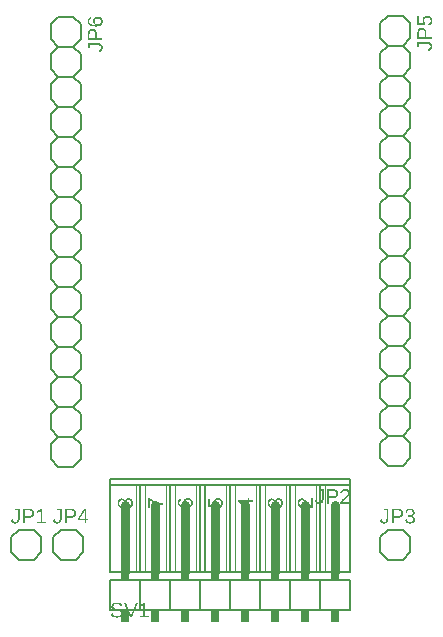
<source format=gbr>
G04 EAGLE Gerber RS-274X export*
G75*
%MOMM*%
%FSLAX34Y34*%
%LPD*%
%INSilkscreen Top*%
%IPPOS*%
%AMOC8*
5,1,8,0,0,1.08239X$1,22.5*%
G01*
%ADD10C,0.152400*%
%ADD11C,0.050800*%
%ADD12C,0.762000*%
%ADD13R,0.762000X0.508000*%
%ADD14R,0.762000X1.016000*%
G36*
X21511Y45956D02*
X25137Y45956D01*
X25615Y45973D01*
X26067Y46021D01*
X26493Y46102D01*
X26894Y46215D01*
X27270Y46360D01*
X27619Y46538D01*
X27943Y46748D01*
X28242Y46990D01*
X28510Y47260D01*
X28742Y47552D01*
X28939Y47866D01*
X29099Y48203D01*
X29224Y48562D01*
X29314Y48944D01*
X29367Y49348D01*
X29385Y49775D01*
X29367Y50205D01*
X29314Y50610D01*
X29225Y50990D01*
X29100Y51345D01*
X28940Y51675D01*
X28745Y51981D01*
X28513Y52261D01*
X28246Y52517D01*
X27947Y52744D01*
X27619Y52942D01*
X27261Y53109D01*
X26873Y53246D01*
X26457Y53352D01*
X26011Y53428D01*
X25536Y53474D01*
X25032Y53489D01*
X19838Y53489D01*
X19838Y41148D01*
X21511Y41148D01*
X21511Y45956D01*
G37*
G36*
X39436Y42488D02*
X36431Y42488D01*
X36431Y53489D01*
X34978Y53489D01*
X32061Y51483D01*
X32061Y49994D01*
X34846Y51982D01*
X34846Y42488D01*
X31702Y42488D01*
X31702Y41148D01*
X39436Y41148D01*
X39436Y42488D01*
G37*
G36*
X13812Y40989D02*
X14201Y41037D01*
X14567Y41118D01*
X14912Y41230D01*
X15233Y41375D01*
X15532Y41552D01*
X15809Y41761D01*
X16063Y42002D01*
X16291Y42271D01*
X16489Y42564D01*
X16656Y42882D01*
X16792Y43223D01*
X16899Y43588D01*
X16975Y43977D01*
X17020Y44390D01*
X17035Y44827D01*
X17035Y53489D01*
X12998Y53489D01*
X12998Y52122D01*
X15371Y52122D01*
X15371Y44792D01*
X15363Y44498D01*
X15338Y44224D01*
X15297Y43967D01*
X15240Y43728D01*
X15166Y43508D01*
X15076Y43306D01*
X14969Y43122D01*
X14846Y42957D01*
X14708Y42810D01*
X14559Y42683D01*
X14397Y42575D01*
X14224Y42487D01*
X14038Y42418D01*
X13841Y42370D01*
X13631Y42340D01*
X13409Y42330D01*
X13206Y42339D01*
X13011Y42366D01*
X12825Y42410D01*
X12647Y42473D01*
X12479Y42553D01*
X12319Y42651D01*
X12168Y42766D01*
X12026Y42900D01*
X11894Y43049D01*
X11774Y43212D01*
X11667Y43390D01*
X11572Y43581D01*
X11490Y43786D01*
X11420Y44005D01*
X11362Y44238D01*
X11316Y44485D01*
X9678Y44213D01*
X9762Y43821D01*
X9865Y43454D01*
X9988Y43112D01*
X10131Y42796D01*
X10294Y42505D01*
X10477Y42239D01*
X10680Y41998D01*
X10902Y41783D01*
X11145Y41593D01*
X11407Y41429D01*
X11690Y41289D01*
X11992Y41175D01*
X12314Y41087D01*
X12657Y41023D01*
X13019Y40986D01*
X13401Y40973D01*
X13812Y40989D01*
G37*
%LPC*%
G36*
X21511Y47279D02*
X21511Y52149D01*
X24831Y52149D01*
X25178Y52139D01*
X25504Y52111D01*
X25807Y52065D01*
X26087Y51999D01*
X26346Y51915D01*
X26581Y51812D01*
X26794Y51691D01*
X26985Y51551D01*
X27153Y51392D01*
X27299Y51215D01*
X27423Y51019D01*
X27524Y50804D01*
X27602Y50570D01*
X27658Y50318D01*
X27692Y50047D01*
X27703Y49758D01*
X27692Y49457D01*
X27660Y49177D01*
X27605Y48915D01*
X27528Y48673D01*
X27430Y48451D01*
X27309Y48247D01*
X27167Y48063D01*
X27003Y47899D01*
X26817Y47753D01*
X26609Y47628D01*
X26379Y47521D01*
X26127Y47434D01*
X25853Y47366D01*
X25558Y47318D01*
X25240Y47289D01*
X24901Y47279D01*
X21511Y47279D01*
G37*
%LPD*%
G36*
X265150Y62480D02*
X263810Y62480D01*
X263810Y56043D01*
X263500Y56195D01*
X263185Y56389D01*
X262863Y56624D01*
X262536Y56901D01*
X262195Y57224D01*
X261834Y57599D01*
X261453Y58026D01*
X261051Y58504D01*
X260355Y59345D01*
X259757Y60039D01*
X259256Y60584D01*
X258853Y60982D01*
X258498Y61286D01*
X258143Y61551D01*
X257788Y61775D01*
X257434Y61959D01*
X257078Y62103D01*
X256722Y62205D01*
X256365Y62267D01*
X256006Y62287D01*
X255613Y62272D01*
X255242Y62225D01*
X254895Y62146D01*
X254571Y62037D01*
X254270Y61896D01*
X253992Y61723D01*
X253737Y61520D01*
X253506Y61285D01*
X253299Y61020D01*
X253120Y60729D01*
X252969Y60411D01*
X252845Y60066D01*
X252749Y59694D01*
X252680Y59295D01*
X252639Y58869D01*
X252625Y58416D01*
X252639Y58001D01*
X252680Y57605D01*
X252748Y57229D01*
X252844Y56871D01*
X252967Y56533D01*
X253118Y56215D01*
X253296Y55915D01*
X253501Y55635D01*
X253730Y55379D01*
X253977Y55151D01*
X254243Y54952D01*
X254528Y54780D01*
X254832Y54637D01*
X255155Y54523D01*
X255497Y54436D01*
X255857Y54378D01*
X256006Y55990D01*
X255766Y56027D01*
X255539Y56081D01*
X255326Y56151D01*
X255127Y56239D01*
X254942Y56343D01*
X254770Y56464D01*
X254613Y56602D01*
X254469Y56756D01*
X254341Y56925D01*
X254229Y57105D01*
X254135Y57296D01*
X254058Y57498D01*
X253999Y57711D01*
X253956Y57935D01*
X253930Y58170D01*
X253922Y58416D01*
X253930Y58674D01*
X253957Y58917D01*
X254000Y59146D01*
X254062Y59360D01*
X254141Y59560D01*
X254237Y59745D01*
X254351Y59915D01*
X254482Y60072D01*
X254629Y60211D01*
X254791Y60332D01*
X254967Y60434D01*
X255157Y60518D01*
X255361Y60583D01*
X255579Y60630D01*
X255812Y60658D01*
X256059Y60667D01*
X256425Y60645D01*
X256772Y60581D01*
X257100Y60472D01*
X257407Y60321D01*
X257702Y60135D01*
X257990Y59922D01*
X258271Y59681D01*
X258546Y59415D01*
X259089Y58820D01*
X259632Y58158D01*
X260198Y57458D01*
X260810Y56752D01*
X261137Y56401D01*
X261482Y56059D01*
X261846Y55725D01*
X262229Y55399D01*
X262636Y55089D01*
X263073Y54804D01*
X263540Y54544D01*
X264038Y54308D01*
X265150Y54308D01*
X265150Y62480D01*
G37*
G36*
X109744Y54203D02*
X110139Y54256D01*
X110509Y54343D01*
X110854Y54465D01*
X111174Y54622D01*
X111470Y54814D01*
X111741Y55041D01*
X111988Y55302D01*
X112208Y55595D01*
X112398Y55915D01*
X112559Y56261D01*
X112691Y56635D01*
X112793Y57035D01*
X112867Y57463D01*
X112911Y57917D01*
X112925Y58399D01*
X112910Y58892D01*
X112866Y59355D01*
X112791Y59790D01*
X112687Y60194D01*
X112552Y60569D01*
X112388Y60915D01*
X112194Y61230D01*
X111971Y61517D01*
X111720Y61771D01*
X111446Y61992D01*
X111149Y62178D01*
X110828Y62331D01*
X110483Y62450D01*
X110115Y62535D01*
X109723Y62586D01*
X109308Y62603D01*
X109010Y62592D01*
X108725Y62562D01*
X108452Y62510D01*
X108192Y62438D01*
X107945Y62346D01*
X107711Y62233D01*
X107489Y62100D01*
X107280Y61946D01*
X107243Y61912D01*
X107087Y61773D01*
X106914Y61585D01*
X106760Y61379D01*
X106625Y61158D01*
X106509Y60919D01*
X106412Y60665D01*
X106335Y60394D01*
X106277Y60107D01*
X106242Y60107D01*
X106183Y60354D01*
X106105Y60588D01*
X106009Y60808D01*
X105894Y61015D01*
X105761Y61209D01*
X105625Y61371D01*
X105610Y61389D01*
X105441Y61556D01*
X105253Y61709D01*
X105051Y61847D01*
X104842Y61966D01*
X104623Y62067D01*
X104397Y62149D01*
X104161Y62214D01*
X103918Y62259D01*
X103665Y62287D01*
X103405Y62296D01*
X103048Y62280D01*
X102711Y62230D01*
X102393Y62148D01*
X102093Y62032D01*
X101812Y61884D01*
X101551Y61703D01*
X101308Y61488D01*
X101084Y61241D01*
X100882Y60965D01*
X100708Y60665D01*
X100561Y60341D01*
X100440Y59994D01*
X100346Y59622D01*
X100279Y59227D01*
X100239Y58807D01*
X100225Y58364D01*
X100239Y57930D01*
X100280Y57520D01*
X100348Y57132D01*
X100444Y56766D01*
X100567Y56423D01*
X100718Y56103D01*
X100896Y55805D01*
X101101Y55530D01*
X101328Y55283D01*
X101572Y55068D01*
X101833Y54887D01*
X102111Y54739D01*
X102405Y54623D01*
X102715Y54541D01*
X103043Y54491D01*
X103387Y54475D01*
X103648Y54484D01*
X103900Y54511D01*
X104144Y54557D01*
X104379Y54620D01*
X104606Y54702D01*
X104824Y54802D01*
X105034Y54921D01*
X105235Y55057D01*
X105424Y55209D01*
X105595Y55375D01*
X105749Y55554D01*
X105886Y55746D01*
X106005Y55951D01*
X106107Y56170D01*
X106192Y56402D01*
X106260Y56647D01*
X106295Y56647D01*
X106349Y56384D01*
X106423Y56132D01*
X106518Y55893D01*
X106632Y55666D01*
X106767Y55451D01*
X106922Y55248D01*
X107098Y55057D01*
X107293Y54878D01*
X107505Y54716D01*
X107729Y54575D01*
X107965Y54456D01*
X108213Y54359D01*
X108473Y54283D01*
X108745Y54229D01*
X109029Y54197D01*
X109325Y54186D01*
X109744Y54203D01*
G37*
%LPC*%
G36*
X108928Y55825D02*
X108676Y55857D01*
X108439Y55910D01*
X108216Y55983D01*
X108009Y56078D01*
X107815Y56194D01*
X107637Y56331D01*
X107473Y56489D01*
X107326Y56666D01*
X107199Y56859D01*
X107091Y57069D01*
X107003Y57295D01*
X106935Y57538D01*
X106886Y57796D01*
X106857Y58072D01*
X106847Y58364D01*
X106856Y58664D01*
X106883Y58947D01*
X106929Y59212D01*
X106992Y59461D01*
X107074Y59692D01*
X107174Y59906D01*
X107293Y60102D01*
X107429Y60282D01*
X107584Y60442D01*
X107756Y60581D01*
X107945Y60698D01*
X108153Y60794D01*
X108378Y60869D01*
X108621Y60922D01*
X108881Y60954D01*
X109159Y60965D01*
X109485Y60955D01*
X109788Y60925D01*
X110068Y60876D01*
X110325Y60807D01*
X110559Y60719D01*
X110771Y60610D01*
X110960Y60482D01*
X111125Y60334D01*
X111270Y60166D01*
X111395Y59978D01*
X111502Y59769D01*
X111588Y59539D01*
X111656Y59289D01*
X111704Y59019D01*
X111733Y58728D01*
X111743Y58416D01*
X111733Y58101D01*
X111703Y57806D01*
X111653Y57532D01*
X111584Y57278D01*
X111494Y57044D01*
X111384Y56831D01*
X111255Y56638D01*
X111106Y56465D01*
X110936Y56313D01*
X110747Y56181D01*
X110538Y56069D01*
X110309Y55977D01*
X110060Y55906D01*
X109791Y55855D01*
X109503Y55825D01*
X109194Y55815D01*
X108928Y55825D01*
G37*
G36*
X103240Y56095D02*
X103003Y56123D01*
X102783Y56168D01*
X102579Y56232D01*
X102391Y56314D01*
X102220Y56414D01*
X102064Y56532D01*
X101924Y56669D01*
X101801Y56823D01*
X101695Y56993D01*
X101604Y57180D01*
X101530Y57384D01*
X101473Y57604D01*
X101432Y57841D01*
X101407Y58094D01*
X101399Y58364D01*
X101407Y58641D01*
X101432Y58901D01*
X101473Y59143D01*
X101530Y59368D01*
X101603Y59574D01*
X101693Y59762D01*
X101800Y59932D01*
X101922Y60085D01*
X102061Y60219D01*
X102217Y60336D01*
X102388Y60434D01*
X102576Y60515D01*
X102781Y60578D01*
X103002Y60622D01*
X103239Y60649D01*
X103492Y60658D01*
X103769Y60649D01*
X104026Y60622D01*
X104263Y60576D01*
X104481Y60513D01*
X104678Y60431D01*
X104856Y60331D01*
X105014Y60212D01*
X105152Y60076D01*
X105272Y59922D01*
X105376Y59752D01*
X105464Y59565D01*
X105536Y59361D01*
X105592Y59141D01*
X105632Y58904D01*
X105656Y58651D01*
X105664Y58381D01*
X105656Y58115D01*
X105630Y57865D01*
X105586Y57630D01*
X105525Y57410D01*
X105447Y57206D01*
X105352Y57017D01*
X105239Y56844D01*
X105108Y56686D01*
X104961Y56546D01*
X104799Y56424D01*
X104620Y56321D01*
X104426Y56236D01*
X104216Y56171D01*
X103991Y56124D01*
X103749Y56096D01*
X103492Y56086D01*
X103240Y56095D01*
G37*
%LPD*%
G36*
X236981Y54156D02*
X237356Y54251D01*
X237707Y54375D01*
X238032Y54526D01*
X238332Y54706D01*
X238607Y54915D01*
X238856Y55151D01*
X239080Y55416D01*
X239278Y55707D01*
X239450Y56022D01*
X239595Y56360D01*
X239714Y56722D01*
X239806Y57108D01*
X239872Y57518D01*
X239912Y57951D01*
X239925Y58407D01*
X239911Y58896D01*
X239867Y59357D01*
X239793Y59788D01*
X239691Y60190D01*
X239559Y60563D01*
X239398Y60907D01*
X239208Y61222D01*
X238988Y61508D01*
X238742Y61762D01*
X238471Y61983D01*
X238177Y62170D01*
X237858Y62322D01*
X237516Y62441D01*
X237149Y62526D01*
X236758Y62577D01*
X236343Y62594D01*
X236054Y62582D01*
X235777Y62546D01*
X235513Y62486D01*
X235261Y62401D01*
X235022Y62293D01*
X234796Y62160D01*
X234582Y62004D01*
X234381Y61823D01*
X234196Y61621D01*
X234031Y61400D01*
X233885Y61159D01*
X233759Y60899D01*
X233653Y60620D01*
X233566Y60322D01*
X233500Y60005D01*
X233453Y59669D01*
X233418Y59669D01*
X233344Y59975D01*
X233256Y60262D01*
X233153Y60530D01*
X233036Y60780D01*
X232903Y61011D01*
X232755Y61223D01*
X232592Y61416D01*
X232415Y61591D01*
X232223Y61746D01*
X232017Y61880D01*
X231797Y61994D01*
X231564Y62087D01*
X231317Y62159D01*
X231056Y62211D01*
X230781Y62242D01*
X230492Y62252D01*
X230117Y62236D01*
X229764Y62188D01*
X229432Y62108D01*
X229120Y61995D01*
X228831Y61850D01*
X228562Y61673D01*
X228314Y61464D01*
X228088Y61223D01*
X227886Y60953D01*
X227711Y60657D01*
X227562Y60335D01*
X227441Y59987D01*
X227347Y59614D01*
X227279Y59214D01*
X227239Y58789D01*
X227225Y58337D01*
X227239Y57922D01*
X227278Y57526D01*
X227345Y57150D01*
X227438Y56793D01*
X227557Y56455D01*
X227703Y56136D01*
X227876Y55837D01*
X228075Y55556D01*
X228298Y55300D01*
X228541Y55072D01*
X228806Y54873D01*
X229091Y54701D01*
X229397Y54558D01*
X229724Y54444D01*
X230071Y54358D01*
X230440Y54300D01*
X230562Y55885D01*
X230326Y55920D01*
X230104Y55971D01*
X229895Y56039D01*
X229700Y56125D01*
X229518Y56227D01*
X229350Y56346D01*
X229196Y56481D01*
X229056Y56634D01*
X228931Y56801D01*
X228822Y56981D01*
X228730Y57173D01*
X228655Y57377D01*
X228597Y57594D01*
X228555Y57824D01*
X228530Y58065D01*
X228522Y58320D01*
X228531Y58598D01*
X228557Y58858D01*
X228602Y59101D01*
X228665Y59326D01*
X228746Y59533D01*
X228844Y59723D01*
X228961Y59895D01*
X229095Y60050D01*
X229245Y60186D01*
X229408Y60304D01*
X229584Y60405D01*
X229773Y60486D01*
X229975Y60550D01*
X230190Y60596D01*
X230418Y60623D01*
X230659Y60632D01*
X230902Y60621D01*
X231131Y60587D01*
X231347Y60532D01*
X231549Y60454D01*
X231737Y60353D01*
X231913Y60231D01*
X232074Y60086D01*
X232222Y59918D01*
X232354Y59731D01*
X232469Y59525D01*
X232566Y59301D01*
X232646Y59059D01*
X232708Y58798D01*
X232752Y58520D01*
X232778Y58223D01*
X232787Y57908D01*
X232787Y57050D01*
X234153Y57050D01*
X234153Y57943D01*
X234162Y58298D01*
X234189Y58632D01*
X234233Y58943D01*
X234295Y59234D01*
X234374Y59503D01*
X234471Y59750D01*
X234586Y59976D01*
X234718Y60181D01*
X234866Y60363D01*
X235028Y60520D01*
X235204Y60653D01*
X235394Y60762D01*
X235597Y60847D01*
X235814Y60908D01*
X236046Y60944D01*
X236290Y60956D01*
X236571Y60946D01*
X236833Y60914D01*
X237077Y60861D01*
X237304Y60786D01*
X237513Y60691D01*
X237704Y60574D01*
X237878Y60436D01*
X238033Y60277D01*
X238171Y60100D01*
X238290Y59906D01*
X238391Y59696D01*
X238473Y59470D01*
X238538Y59229D01*
X238584Y58971D01*
X238611Y58697D01*
X238620Y58407D01*
X238612Y58119D01*
X238586Y57846D01*
X238543Y57590D01*
X238483Y57349D01*
X238406Y57125D01*
X238312Y56917D01*
X238201Y56724D01*
X238073Y56548D01*
X237927Y56388D01*
X237765Y56244D01*
X237585Y56117D01*
X237389Y56005D01*
X237175Y55909D01*
X236944Y55829D01*
X236696Y55766D01*
X236431Y55719D01*
X236579Y54089D01*
X236981Y54156D01*
G37*
G36*
X211556Y59634D02*
X214350Y59634D01*
X214350Y61123D01*
X211556Y61123D01*
X211556Y62857D01*
X210312Y62857D01*
X210312Y61123D01*
X202009Y61123D01*
X202009Y59467D01*
X210330Y53818D01*
X211556Y53818D01*
X211556Y59634D01*
G37*
%LPC*%
G36*
X210137Y55412D02*
X209489Y55885D01*
X204829Y59047D01*
X204251Y59388D01*
X203787Y59634D01*
X210312Y59634D01*
X210312Y55272D01*
X210137Y55412D01*
G37*
%LPD*%
G36*
X186537Y54207D02*
X186863Y54313D01*
X187167Y54444D01*
X187450Y54600D01*
X187712Y54779D01*
X187953Y54983D01*
X188173Y55212D01*
X188372Y55465D01*
X188549Y55740D01*
X188702Y56036D01*
X188831Y56353D01*
X188937Y56691D01*
X189019Y57049D01*
X189078Y57429D01*
X189113Y57829D01*
X189125Y58250D01*
X189108Y58750D01*
X189055Y59223D01*
X188968Y59667D01*
X188845Y60084D01*
X188687Y60472D01*
X188495Y60832D01*
X188267Y61164D01*
X188004Y61468D01*
X187711Y61740D01*
X187392Y61976D01*
X187046Y62176D01*
X186675Y62339D01*
X186278Y62466D01*
X185854Y62556D01*
X185405Y62611D01*
X184930Y62629D01*
X184511Y62612D01*
X184112Y62561D01*
X183733Y62477D01*
X183375Y62359D01*
X183037Y62206D01*
X182719Y62021D01*
X182422Y61801D01*
X182145Y61547D01*
X181894Y61265D01*
X181677Y60960D01*
X181493Y60632D01*
X181343Y60281D01*
X181226Y59906D01*
X181143Y59508D01*
X181093Y59088D01*
X181076Y58644D01*
X181088Y58271D01*
X181125Y57913D01*
X181187Y57571D01*
X181273Y57245D01*
X181384Y56934D01*
X181520Y56639D01*
X181680Y56359D01*
X181864Y56095D01*
X177949Y56332D01*
X177949Y61911D01*
X176609Y61911D01*
X176609Y54895D01*
X183248Y54484D01*
X183248Y56025D01*
X183025Y56301D01*
X182837Y56577D01*
X182683Y56853D01*
X182565Y57129D01*
X182477Y57410D01*
X182414Y57702D01*
X182376Y58006D01*
X182364Y58320D01*
X182375Y58618D01*
X182408Y58901D01*
X182465Y59169D01*
X182543Y59420D01*
X182644Y59656D01*
X182768Y59876D01*
X182913Y60080D01*
X183082Y60269D01*
X183268Y60438D01*
X183469Y60585D01*
X183683Y60709D01*
X183912Y60811D01*
X184154Y60890D01*
X184410Y60946D01*
X184681Y60980D01*
X184965Y60991D01*
X185291Y60980D01*
X185599Y60946D01*
X185889Y60890D01*
X186162Y60812D01*
X186416Y60711D01*
X186652Y60587D01*
X186871Y60441D01*
X187071Y60273D01*
X187251Y60085D01*
X187407Y59879D01*
X187538Y59657D01*
X187646Y59417D01*
X187730Y59160D01*
X187790Y58885D01*
X187826Y58594D01*
X187838Y58285D01*
X187831Y58033D01*
X187809Y57793D01*
X187773Y57565D01*
X187723Y57349D01*
X187659Y57146D01*
X187580Y56955D01*
X187487Y56776D01*
X187380Y56610D01*
X187259Y56455D01*
X187123Y56313D01*
X186972Y56184D01*
X186808Y56066D01*
X186629Y55961D01*
X186436Y55868D01*
X186229Y55787D01*
X186007Y55719D01*
X186191Y54124D01*
X186537Y54207D01*
G37*
G36*
X158382Y54334D02*
X159056Y54386D01*
X159686Y54472D01*
X160272Y54593D01*
X160814Y54748D01*
X161312Y54938D01*
X161765Y55162D01*
X162175Y55421D01*
X162538Y55712D01*
X162853Y56034D01*
X163120Y56386D01*
X163338Y56770D01*
X163507Y57183D01*
X163628Y57628D01*
X163701Y58103D01*
X163719Y58352D01*
X163725Y58609D01*
X163708Y59063D01*
X163655Y59491D01*
X163566Y59895D01*
X163443Y60273D01*
X163284Y60626D01*
X163090Y60954D01*
X162860Y61257D01*
X162595Y61534D01*
X162300Y61783D01*
X161979Y61998D01*
X161632Y62180D01*
X161260Y62329D01*
X160861Y62445D01*
X160437Y62528D01*
X159988Y62577D01*
X159512Y62594D01*
X159073Y62578D01*
X158656Y62531D01*
X158263Y62453D01*
X157892Y62343D01*
X157544Y62202D01*
X157220Y62030D01*
X156918Y61826D01*
X156640Y61591D01*
X156389Y61329D01*
X156172Y61046D01*
X155988Y60740D01*
X155838Y60412D01*
X155721Y60062D01*
X155638Y59690D01*
X155588Y59296D01*
X155571Y58880D01*
X155577Y58632D01*
X155597Y58391D01*
X155630Y58157D01*
X155675Y57930D01*
X155805Y57498D01*
X155987Y57094D01*
X156219Y56726D01*
X156498Y56402D01*
X156825Y56121D01*
X157200Y55885D01*
X156622Y55896D01*
X156079Y55931D01*
X155572Y55989D01*
X155099Y56070D01*
X154662Y56174D01*
X154260Y56301D01*
X153893Y56452D01*
X153561Y56625D01*
X153266Y56820D01*
X153011Y57033D01*
X152795Y57266D01*
X152618Y57517D01*
X152481Y57788D01*
X152383Y58078D01*
X152324Y58386D01*
X152304Y58714D01*
X152328Y59089D01*
X152398Y59429D01*
X152516Y59735D01*
X152681Y60006D01*
X152893Y60243D01*
X153151Y60445D01*
X153457Y60613D01*
X153811Y60746D01*
X153539Y62252D01*
X153235Y62153D01*
X152950Y62038D01*
X152685Y61907D01*
X152439Y61760D01*
X152213Y61596D01*
X152007Y61416D01*
X151821Y61221D01*
X151654Y61009D01*
X151506Y60781D01*
X151379Y60536D01*
X151271Y60276D01*
X151182Y59999D01*
X151114Y59707D01*
X151065Y59398D01*
X151035Y59073D01*
X151025Y58731D01*
X151032Y58470D01*
X151052Y58217D01*
X151086Y57971D01*
X151133Y57732D01*
X151193Y57502D01*
X151267Y57278D01*
X151454Y56855D01*
X151696Y56462D01*
X151991Y56099D01*
X152340Y55767D01*
X152742Y55465D01*
X153194Y55196D01*
X153693Y54963D01*
X154239Y54765D01*
X154831Y54604D01*
X155469Y54478D01*
X156155Y54389D01*
X156886Y54335D01*
X157664Y54317D01*
X158382Y54334D01*
G37*
%LPC*%
G36*
X158931Y56053D02*
X158671Y56085D01*
X158427Y56138D01*
X158197Y56212D01*
X157983Y56308D01*
X157784Y56424D01*
X157601Y56562D01*
X157432Y56721D01*
X157281Y56898D01*
X157151Y57087D01*
X157040Y57290D01*
X156949Y57506D01*
X156879Y57736D01*
X156829Y57978D01*
X156798Y58234D01*
X156788Y58504D01*
X156800Y58789D01*
X156834Y59058D01*
X156891Y59311D01*
X156970Y59548D01*
X157072Y59769D01*
X157197Y59974D01*
X157345Y60162D01*
X157515Y60334D01*
X157707Y60488D01*
X157917Y60622D01*
X158147Y60735D01*
X158396Y60827D01*
X158664Y60899D01*
X158951Y60950D01*
X159257Y60981D01*
X159582Y60991D01*
X159908Y60981D01*
X160217Y60951D01*
X160507Y60900D01*
X160779Y60829D01*
X161033Y60738D01*
X161270Y60627D01*
X161488Y60495D01*
X161689Y60343D01*
X161868Y60173D01*
X162024Y59988D01*
X162156Y59788D01*
X162264Y59572D01*
X162347Y59341D01*
X162407Y59095D01*
X162443Y58833D01*
X162455Y58556D01*
X162441Y58287D01*
X162398Y58029D01*
X162327Y57785D01*
X162227Y57552D01*
X162099Y57332D01*
X161943Y57125D01*
X161758Y56930D01*
X161544Y56748D01*
X161309Y56582D01*
X161057Y56439D01*
X160788Y56318D01*
X160504Y56219D01*
X160204Y56142D01*
X159887Y56087D01*
X159555Y56054D01*
X159206Y56043D01*
X158931Y56053D01*
G37*
%LPD*%
G36*
X127149Y60956D02*
X127989Y60390D01*
X128803Y59866D01*
X129593Y59385D01*
X130358Y58945D01*
X131099Y58547D01*
X131814Y58191D01*
X132505Y57878D01*
X133171Y57606D01*
X133821Y57371D01*
X134462Y57167D01*
X135097Y56995D01*
X135723Y56854D01*
X136341Y56744D01*
X136952Y56666D01*
X137555Y56619D01*
X138150Y56603D01*
X138150Y58250D01*
X137725Y58256D01*
X137303Y58274D01*
X136471Y58347D01*
X135652Y58469D01*
X134848Y58639D01*
X134048Y58859D01*
X133243Y59127D01*
X132432Y59443D01*
X131616Y59809D01*
X130719Y60268D01*
X129665Y60866D01*
X128455Y61604D01*
X127088Y62480D01*
X125809Y62480D01*
X125809Y54326D01*
X127149Y54326D01*
X127149Y60956D01*
G37*
G36*
X278869Y62595D02*
X282495Y62595D01*
X282973Y62612D01*
X283425Y62660D01*
X283851Y62741D01*
X284252Y62854D01*
X284627Y62999D01*
X284977Y63177D01*
X285301Y63387D01*
X285600Y63629D01*
X285868Y63899D01*
X286100Y64191D01*
X286296Y64505D01*
X286457Y64842D01*
X286582Y65201D01*
X286671Y65583D01*
X286725Y65987D01*
X286743Y66414D01*
X286725Y66844D01*
X286672Y67249D01*
X286583Y67629D01*
X286458Y67984D01*
X286298Y68314D01*
X286102Y68620D01*
X285871Y68900D01*
X285604Y69156D01*
X285305Y69383D01*
X284976Y69581D01*
X284618Y69748D01*
X284231Y69885D01*
X283815Y69991D01*
X283369Y70067D01*
X282894Y70113D01*
X282390Y70128D01*
X277196Y70128D01*
X277196Y57787D01*
X278869Y57787D01*
X278869Y62595D01*
G37*
G36*
X296767Y59127D02*
X290330Y59127D01*
X290482Y59437D01*
X290676Y59752D01*
X290911Y60074D01*
X291188Y60401D01*
X291511Y60742D01*
X291886Y61103D01*
X292313Y61484D01*
X292791Y61886D01*
X293632Y62582D01*
X294326Y63180D01*
X294871Y63681D01*
X295269Y64084D01*
X295573Y64439D01*
X295838Y64794D01*
X296062Y65149D01*
X296246Y65503D01*
X296390Y65859D01*
X296492Y66215D01*
X296554Y66572D01*
X296574Y66931D01*
X296559Y67324D01*
X296512Y67695D01*
X296433Y68042D01*
X296324Y68366D01*
X296183Y68667D01*
X296010Y68945D01*
X295807Y69200D01*
X295572Y69431D01*
X295307Y69638D01*
X295016Y69817D01*
X294698Y69968D01*
X294353Y70092D01*
X293981Y70188D01*
X293582Y70257D01*
X293156Y70298D01*
X292703Y70312D01*
X292288Y70298D01*
X291892Y70257D01*
X291516Y70189D01*
X291158Y70093D01*
X290820Y69970D01*
X290502Y69819D01*
X290202Y69641D01*
X289922Y69436D01*
X289666Y69207D01*
X289438Y68960D01*
X289239Y68694D01*
X289067Y68409D01*
X288924Y68105D01*
X288810Y67782D01*
X288723Y67440D01*
X288665Y67080D01*
X290277Y66931D01*
X290314Y67171D01*
X290368Y67398D01*
X290438Y67611D01*
X290526Y67810D01*
X290630Y67995D01*
X290751Y68167D01*
X290889Y68324D01*
X291043Y68468D01*
X291212Y68596D01*
X291392Y68708D01*
X291583Y68802D01*
X291785Y68879D01*
X291998Y68938D01*
X292222Y68981D01*
X292457Y69007D01*
X292703Y69015D01*
X292961Y69007D01*
X293204Y68980D01*
X293433Y68937D01*
X293647Y68875D01*
X293847Y68796D01*
X294032Y68700D01*
X294202Y68586D01*
X294359Y68455D01*
X294498Y68308D01*
X294619Y68146D01*
X294721Y67970D01*
X294805Y67780D01*
X294870Y67576D01*
X294917Y67358D01*
X294945Y67125D01*
X294954Y66878D01*
X294932Y66512D01*
X294868Y66165D01*
X294759Y65837D01*
X294608Y65530D01*
X294422Y65235D01*
X294209Y64947D01*
X293968Y64666D01*
X293702Y64391D01*
X293107Y63848D01*
X292445Y63305D01*
X291745Y62739D01*
X291039Y62127D01*
X290688Y61800D01*
X290346Y61455D01*
X290012Y61091D01*
X289686Y60708D01*
X289376Y60301D01*
X289091Y59864D01*
X288831Y59397D01*
X288595Y58899D01*
X288595Y57787D01*
X296767Y57787D01*
X296767Y59127D01*
G37*
G36*
X271170Y57628D02*
X271559Y57676D01*
X271925Y57757D01*
X272269Y57869D01*
X272591Y58014D01*
X272890Y58191D01*
X273167Y58400D01*
X273421Y58641D01*
X273649Y58910D01*
X273846Y59203D01*
X274013Y59521D01*
X274150Y59862D01*
X274256Y60227D01*
X274332Y60616D01*
X274378Y61029D01*
X274393Y61466D01*
X274393Y70128D01*
X270356Y70128D01*
X270356Y68761D01*
X272729Y68761D01*
X272729Y61431D01*
X272721Y61137D01*
X272696Y60863D01*
X272655Y60606D01*
X272598Y60367D01*
X272524Y60147D01*
X272433Y59945D01*
X272327Y59761D01*
X272204Y59596D01*
X272066Y59449D01*
X271917Y59322D01*
X271755Y59214D01*
X271582Y59126D01*
X271396Y59057D01*
X271199Y59009D01*
X270989Y58979D01*
X270767Y58969D01*
X270564Y58978D01*
X270369Y59005D01*
X270183Y59049D01*
X270005Y59112D01*
X269837Y59192D01*
X269677Y59290D01*
X269526Y59405D01*
X269383Y59539D01*
X269252Y59688D01*
X269132Y59851D01*
X269025Y60029D01*
X268930Y60220D01*
X268848Y60425D01*
X268777Y60644D01*
X268719Y60877D01*
X268674Y61124D01*
X267036Y60852D01*
X267119Y60460D01*
X267223Y60093D01*
X267346Y59751D01*
X267489Y59435D01*
X267652Y59144D01*
X267835Y58878D01*
X268037Y58637D01*
X268260Y58422D01*
X268503Y58232D01*
X268765Y58068D01*
X269048Y57928D01*
X269350Y57814D01*
X269672Y57726D01*
X270014Y57662D01*
X270376Y57625D01*
X270758Y57612D01*
X271170Y57628D01*
G37*
%LPC*%
G36*
X278869Y63918D02*
X278869Y68788D01*
X282188Y68788D01*
X282536Y68778D01*
X282862Y68750D01*
X283165Y68704D01*
X283445Y68638D01*
X283703Y68554D01*
X283939Y68451D01*
X284152Y68330D01*
X284343Y68190D01*
X284511Y68031D01*
X284657Y67854D01*
X284781Y67658D01*
X284882Y67443D01*
X284960Y67209D01*
X285016Y66957D01*
X285050Y66686D01*
X285061Y66397D01*
X285050Y66096D01*
X285017Y65816D01*
X284963Y65554D01*
X284886Y65312D01*
X284787Y65090D01*
X284667Y64886D01*
X284525Y64702D01*
X284360Y64538D01*
X284174Y64392D01*
X283966Y64267D01*
X283736Y64160D01*
X283485Y64073D01*
X283211Y64005D01*
X282915Y63957D01*
X282598Y63928D01*
X282258Y63918D01*
X278869Y63918D01*
G37*
%LPD*%
G36*
X333851Y45956D02*
X337477Y45956D01*
X337955Y45973D01*
X338407Y46021D01*
X338833Y46102D01*
X339234Y46215D01*
X339610Y46360D01*
X339959Y46538D01*
X340283Y46748D01*
X340582Y46990D01*
X340850Y47260D01*
X341082Y47552D01*
X341279Y47866D01*
X341439Y48203D01*
X341564Y48562D01*
X341654Y48944D01*
X341707Y49348D01*
X341725Y49775D01*
X341707Y50205D01*
X341654Y50610D01*
X341565Y50990D01*
X341440Y51345D01*
X341280Y51675D01*
X341085Y51981D01*
X340853Y52261D01*
X340586Y52517D01*
X340287Y52744D01*
X339959Y52942D01*
X339601Y53109D01*
X339213Y53246D01*
X338797Y53352D01*
X338351Y53428D01*
X337876Y53474D01*
X337372Y53489D01*
X332178Y53489D01*
X332178Y41148D01*
X333851Y41148D01*
X333851Y45956D01*
G37*
G36*
X348166Y40988D02*
X348626Y41031D01*
X349057Y41105D01*
X349459Y41207D01*
X349832Y41339D01*
X350176Y41500D01*
X350491Y41690D01*
X350777Y41910D01*
X351032Y42156D01*
X351252Y42427D01*
X351439Y42721D01*
X351592Y43040D01*
X351710Y43383D01*
X351795Y43749D01*
X351846Y44140D01*
X351863Y44555D01*
X351851Y44844D01*
X351815Y45121D01*
X351755Y45385D01*
X351671Y45637D01*
X351562Y45876D01*
X351430Y46102D01*
X351273Y46316D01*
X351092Y46517D01*
X350890Y46702D01*
X350669Y46867D01*
X350428Y47013D01*
X350168Y47139D01*
X349890Y47245D01*
X349591Y47332D01*
X349274Y47398D01*
X348938Y47445D01*
X348938Y47480D01*
X349244Y47554D01*
X349531Y47642D01*
X349799Y47745D01*
X350049Y47863D01*
X350280Y47995D01*
X350492Y48143D01*
X350686Y48306D01*
X350860Y48483D01*
X351015Y48675D01*
X351150Y48881D01*
X351263Y49101D01*
X351356Y49334D01*
X351429Y49581D01*
X351480Y49842D01*
X351511Y50117D01*
X351522Y50406D01*
X351506Y50781D01*
X351457Y51134D01*
X351377Y51466D01*
X351264Y51778D01*
X351120Y52068D01*
X350943Y52336D01*
X350734Y52584D01*
X350493Y52810D01*
X350222Y53012D01*
X349926Y53187D01*
X349604Y53336D01*
X349256Y53457D01*
X348883Y53551D01*
X348483Y53619D01*
X348058Y53659D01*
X347607Y53673D01*
X347191Y53659D01*
X346796Y53620D01*
X346419Y53553D01*
X346062Y53460D01*
X345724Y53341D01*
X345405Y53195D01*
X345106Y53022D01*
X344826Y52823D01*
X344569Y52600D01*
X344342Y52357D01*
X344142Y52092D01*
X343971Y51807D01*
X343828Y51501D01*
X343713Y51174D01*
X343627Y50827D01*
X343569Y50458D01*
X345154Y50336D01*
X345189Y50572D01*
X345240Y50794D01*
X345309Y51003D01*
X345394Y51198D01*
X345496Y51380D01*
X345615Y51548D01*
X345751Y51702D01*
X345903Y51842D01*
X346070Y51967D01*
X346250Y52076D01*
X346442Y52168D01*
X346646Y52243D01*
X346863Y52301D01*
X347093Y52343D01*
X347335Y52368D01*
X347589Y52376D01*
X347867Y52367D01*
X348127Y52341D01*
X348370Y52296D01*
X348595Y52233D01*
X348803Y52152D01*
X348992Y52054D01*
X349164Y51937D01*
X349319Y51803D01*
X349455Y51653D01*
X349574Y51490D01*
X349674Y51314D01*
X349756Y51125D01*
X349819Y50923D01*
X349865Y50708D01*
X349892Y50480D01*
X349901Y50239D01*
X349890Y49997D01*
X349857Y49767D01*
X349801Y49551D01*
X349723Y49349D01*
X349622Y49161D01*
X349500Y48986D01*
X349355Y48824D01*
X349187Y48676D01*
X349000Y48544D01*
X348794Y48429D01*
X348570Y48332D01*
X348328Y48252D01*
X348068Y48190D01*
X347789Y48146D01*
X347492Y48120D01*
X347177Y48111D01*
X346319Y48111D01*
X346319Y46745D01*
X347212Y46745D01*
X347567Y46736D01*
X347901Y46709D01*
X348213Y46665D01*
X348503Y46603D01*
X348772Y46524D01*
X349020Y46427D01*
X349246Y46312D01*
X349450Y46180D01*
X349632Y46032D01*
X349789Y45870D01*
X349923Y45694D01*
X350032Y45504D01*
X350116Y45301D01*
X350177Y45084D01*
X350213Y44853D01*
X350225Y44608D01*
X350215Y44327D01*
X350183Y44065D01*
X350130Y43821D01*
X350056Y43594D01*
X349960Y43385D01*
X349844Y43194D01*
X349706Y43020D01*
X349547Y42865D01*
X349369Y42727D01*
X349175Y42608D01*
X348965Y42507D01*
X348740Y42425D01*
X348498Y42360D01*
X348240Y42315D01*
X347966Y42287D01*
X347677Y42278D01*
X347388Y42286D01*
X347115Y42312D01*
X346859Y42355D01*
X346618Y42415D01*
X346394Y42492D01*
X346186Y42586D01*
X345994Y42697D01*
X345818Y42825D01*
X345658Y42971D01*
X345514Y43133D01*
X345386Y43313D01*
X345274Y43510D01*
X345178Y43723D01*
X345099Y43954D01*
X345035Y44202D01*
X344988Y44467D01*
X343359Y44319D01*
X343425Y43917D01*
X343520Y43542D01*
X343644Y43191D01*
X343795Y42866D01*
X343976Y42566D01*
X344184Y42291D01*
X344421Y42042D01*
X344686Y41818D01*
X344977Y41620D01*
X345291Y41448D01*
X345630Y41303D01*
X345992Y41184D01*
X346377Y41092D01*
X346787Y41026D01*
X347220Y40986D01*
X347677Y40973D01*
X348166Y40988D01*
G37*
G36*
X326152Y40989D02*
X326541Y41037D01*
X326907Y41118D01*
X327252Y41230D01*
X327573Y41375D01*
X327872Y41552D01*
X328149Y41761D01*
X328403Y42002D01*
X328631Y42271D01*
X328829Y42564D01*
X328996Y42882D01*
X329132Y43223D01*
X329239Y43588D01*
X329315Y43977D01*
X329360Y44390D01*
X329375Y44827D01*
X329375Y53489D01*
X325338Y53489D01*
X325338Y52122D01*
X327711Y52122D01*
X327711Y44792D01*
X327703Y44498D01*
X327678Y44224D01*
X327637Y43967D01*
X327580Y43728D01*
X327506Y43508D01*
X327416Y43306D01*
X327309Y43122D01*
X327186Y42957D01*
X327048Y42810D01*
X326899Y42683D01*
X326737Y42575D01*
X326564Y42487D01*
X326378Y42418D01*
X326181Y42370D01*
X325971Y42340D01*
X325749Y42330D01*
X325546Y42339D01*
X325351Y42366D01*
X325165Y42410D01*
X324987Y42473D01*
X324819Y42553D01*
X324659Y42651D01*
X324508Y42766D01*
X324366Y42900D01*
X324234Y43049D01*
X324114Y43212D01*
X324007Y43390D01*
X323912Y43581D01*
X323830Y43786D01*
X323760Y44005D01*
X323702Y44238D01*
X323656Y44485D01*
X322018Y44213D01*
X322102Y43821D01*
X322205Y43454D01*
X322328Y43112D01*
X322471Y42796D01*
X322634Y42505D01*
X322817Y42239D01*
X323020Y41998D01*
X323242Y41783D01*
X323485Y41593D01*
X323747Y41429D01*
X324030Y41289D01*
X324332Y41175D01*
X324654Y41087D01*
X324997Y41023D01*
X325359Y40986D01*
X325741Y40973D01*
X326152Y40989D01*
G37*
%LPC*%
G36*
X333851Y47279D02*
X333851Y52149D01*
X337171Y52149D01*
X337518Y52139D01*
X337844Y52111D01*
X338147Y52065D01*
X338427Y51999D01*
X338686Y51915D01*
X338921Y51812D01*
X339134Y51691D01*
X339325Y51551D01*
X339493Y51392D01*
X339639Y51215D01*
X339763Y51019D01*
X339864Y50804D01*
X339942Y50570D01*
X339998Y50318D01*
X340032Y50047D01*
X340043Y49758D01*
X340032Y49457D01*
X340000Y49177D01*
X339945Y48915D01*
X339868Y48673D01*
X339770Y48451D01*
X339649Y48247D01*
X339507Y48063D01*
X339343Y47899D01*
X339157Y47753D01*
X338949Y47628D01*
X338719Y47521D01*
X338467Y47434D01*
X338193Y47366D01*
X337898Y47318D01*
X337580Y47289D01*
X337241Y47279D01*
X333851Y47279D01*
G37*
%LPD*%
G36*
X57071Y45956D02*
X60697Y45956D01*
X61175Y45973D01*
X61627Y46021D01*
X62053Y46102D01*
X62454Y46215D01*
X62830Y46360D01*
X63179Y46538D01*
X63503Y46748D01*
X63802Y46990D01*
X64070Y47260D01*
X64302Y47552D01*
X64499Y47866D01*
X64659Y48203D01*
X64784Y48562D01*
X64874Y48944D01*
X64927Y49348D01*
X64945Y49775D01*
X64927Y50205D01*
X64874Y50610D01*
X64785Y50990D01*
X64660Y51345D01*
X64500Y51675D01*
X64305Y51981D01*
X64073Y52261D01*
X63806Y52517D01*
X63507Y52744D01*
X63179Y52942D01*
X62821Y53109D01*
X62433Y53246D01*
X62017Y53352D01*
X61571Y53428D01*
X61096Y53474D01*
X60592Y53489D01*
X55398Y53489D01*
X55398Y41148D01*
X57071Y41148D01*
X57071Y45956D01*
G37*
G36*
X73612Y43942D02*
X75346Y43942D01*
X75346Y45186D01*
X73612Y45186D01*
X73612Y53489D01*
X71956Y53489D01*
X66307Y45168D01*
X66307Y43942D01*
X72123Y43942D01*
X72123Y41148D01*
X73612Y41148D01*
X73612Y43942D01*
G37*
G36*
X49372Y40989D02*
X49761Y41037D01*
X50127Y41118D01*
X50472Y41230D01*
X50793Y41375D01*
X51092Y41552D01*
X51369Y41761D01*
X51623Y42002D01*
X51851Y42271D01*
X52049Y42564D01*
X52216Y42882D01*
X52352Y43223D01*
X52459Y43588D01*
X52535Y43977D01*
X52580Y44390D01*
X52595Y44827D01*
X52595Y53489D01*
X48558Y53489D01*
X48558Y52122D01*
X50931Y52122D01*
X50931Y44792D01*
X50923Y44498D01*
X50898Y44224D01*
X50857Y43967D01*
X50800Y43728D01*
X50726Y43508D01*
X50636Y43306D01*
X50529Y43122D01*
X50406Y42957D01*
X50268Y42810D01*
X50119Y42683D01*
X49957Y42575D01*
X49784Y42487D01*
X49598Y42418D01*
X49401Y42370D01*
X49191Y42340D01*
X48969Y42330D01*
X48766Y42339D01*
X48571Y42366D01*
X48385Y42410D01*
X48207Y42473D01*
X48039Y42553D01*
X47879Y42651D01*
X47728Y42766D01*
X47586Y42900D01*
X47454Y43049D01*
X47334Y43212D01*
X47227Y43390D01*
X47132Y43581D01*
X47050Y43786D01*
X46980Y44005D01*
X46922Y44238D01*
X46876Y44485D01*
X45238Y44213D01*
X45322Y43821D01*
X45425Y43454D01*
X45548Y43112D01*
X45691Y42796D01*
X45854Y42505D01*
X46037Y42239D01*
X46240Y41998D01*
X46462Y41783D01*
X46705Y41593D01*
X46967Y41429D01*
X47250Y41289D01*
X47552Y41175D01*
X47874Y41087D01*
X48217Y41023D01*
X48579Y40986D01*
X48961Y40973D01*
X49372Y40989D01*
G37*
%LPC*%
G36*
X57071Y47279D02*
X57071Y52149D01*
X60391Y52149D01*
X60738Y52139D01*
X61064Y52111D01*
X61367Y52065D01*
X61647Y51999D01*
X61906Y51915D01*
X62141Y51812D01*
X62354Y51691D01*
X62545Y51551D01*
X62713Y51392D01*
X62859Y51215D01*
X62983Y51019D01*
X63084Y50804D01*
X63162Y50570D01*
X63218Y50318D01*
X63252Y50047D01*
X63263Y49758D01*
X63252Y49457D01*
X63220Y49177D01*
X63165Y48915D01*
X63088Y48673D01*
X62990Y48451D01*
X62869Y48247D01*
X62727Y48063D01*
X62563Y47899D01*
X62377Y47753D01*
X62169Y47628D01*
X61939Y47521D01*
X61687Y47434D01*
X61413Y47366D01*
X61118Y47318D01*
X60800Y47289D01*
X60461Y47279D01*
X57071Y47279D01*
G37*
G36*
X67761Y45186D02*
X67901Y45361D01*
X68374Y46009D01*
X71536Y50669D01*
X71878Y51247D01*
X72123Y51711D01*
X72123Y45186D01*
X67761Y45186D01*
G37*
%LPD*%
G36*
X366188Y453069D02*
X361380Y453069D01*
X361380Y456695D01*
X361363Y457173D01*
X361315Y457625D01*
X361234Y458051D01*
X361121Y458452D01*
X360976Y458827D01*
X360798Y459177D01*
X360588Y459501D01*
X360346Y459800D01*
X360076Y460068D01*
X359784Y460300D01*
X359470Y460496D01*
X359133Y460657D01*
X358774Y460782D01*
X358392Y460871D01*
X357988Y460925D01*
X357561Y460943D01*
X357131Y460925D01*
X356726Y460872D01*
X356346Y460783D01*
X355991Y460658D01*
X355661Y460498D01*
X355355Y460302D01*
X355075Y460071D01*
X354819Y459804D01*
X354592Y459505D01*
X354394Y459176D01*
X354227Y458818D01*
X354090Y458431D01*
X353984Y458015D01*
X353908Y457569D01*
X353862Y457094D01*
X353847Y456590D01*
X353847Y451396D01*
X366188Y451396D01*
X366188Y453069D01*
G37*
G36*
X363775Y462694D02*
X364101Y462800D01*
X364405Y462931D01*
X364688Y463087D01*
X364950Y463266D01*
X365191Y463470D01*
X365411Y463699D01*
X365610Y463952D01*
X365787Y464227D01*
X365940Y464523D01*
X366069Y464840D01*
X366175Y465178D01*
X366257Y465536D01*
X366316Y465916D01*
X366351Y466316D01*
X366363Y466737D01*
X366346Y467237D01*
X366293Y467710D01*
X366206Y468154D01*
X366083Y468571D01*
X365925Y468959D01*
X365733Y469319D01*
X365505Y469651D01*
X365242Y469955D01*
X364949Y470227D01*
X364630Y470463D01*
X364284Y470663D01*
X363913Y470826D01*
X363516Y470953D01*
X363092Y471043D01*
X362643Y471098D01*
X362168Y471116D01*
X361749Y471099D01*
X361350Y471048D01*
X360971Y470964D01*
X360613Y470846D01*
X360275Y470693D01*
X359957Y470508D01*
X359660Y470288D01*
X359383Y470034D01*
X359132Y469752D01*
X358915Y469447D01*
X358731Y469119D01*
X358581Y468768D01*
X358464Y468393D01*
X358381Y467995D01*
X358331Y467575D01*
X358314Y467131D01*
X358326Y466758D01*
X358363Y466400D01*
X358425Y466058D01*
X358511Y465732D01*
X358622Y465421D01*
X358758Y465126D01*
X358918Y464846D01*
X359102Y464582D01*
X355187Y464819D01*
X355187Y470398D01*
X353847Y470398D01*
X353847Y463382D01*
X360486Y462971D01*
X360486Y464512D01*
X360263Y464788D01*
X360075Y465064D01*
X359921Y465340D01*
X359803Y465616D01*
X359715Y465897D01*
X359652Y466189D01*
X359614Y466493D01*
X359602Y466807D01*
X359613Y467105D01*
X359646Y467388D01*
X359703Y467656D01*
X359781Y467907D01*
X359882Y468143D01*
X360006Y468363D01*
X360151Y468567D01*
X360320Y468756D01*
X360506Y468925D01*
X360707Y469072D01*
X360921Y469196D01*
X361150Y469298D01*
X361392Y469377D01*
X361648Y469433D01*
X361919Y469467D01*
X362203Y469478D01*
X362529Y469467D01*
X362837Y469433D01*
X363127Y469377D01*
X363400Y469299D01*
X363654Y469198D01*
X363890Y469074D01*
X364109Y468928D01*
X364309Y468760D01*
X364489Y468572D01*
X364645Y468366D01*
X364776Y468144D01*
X364884Y467904D01*
X364968Y467647D01*
X365028Y467372D01*
X365064Y467081D01*
X365076Y466772D01*
X365069Y466520D01*
X365047Y466280D01*
X365011Y466052D01*
X364961Y465836D01*
X364897Y465633D01*
X364818Y465442D01*
X364725Y465263D01*
X364618Y465097D01*
X364497Y464942D01*
X364361Y464800D01*
X364210Y464671D01*
X364046Y464553D01*
X363867Y464448D01*
X363674Y464355D01*
X363467Y464274D01*
X363245Y464206D01*
X363429Y462611D01*
X363775Y462694D01*
G37*
G36*
X363515Y441319D02*
X363882Y441423D01*
X364224Y441546D01*
X364540Y441689D01*
X364831Y441852D01*
X365097Y442035D01*
X365338Y442237D01*
X365553Y442460D01*
X365743Y442703D01*
X365907Y442965D01*
X366047Y443248D01*
X366161Y443550D01*
X366249Y443872D01*
X366313Y444214D01*
X366351Y444576D01*
X366363Y444958D01*
X366347Y445370D01*
X366299Y445759D01*
X366218Y446125D01*
X366106Y446469D01*
X365961Y446791D01*
X365784Y447090D01*
X365575Y447367D01*
X365334Y447621D01*
X365065Y447849D01*
X364772Y448046D01*
X364454Y448213D01*
X364113Y448350D01*
X363748Y448456D01*
X363359Y448532D01*
X362946Y448578D01*
X362509Y448593D01*
X353847Y448593D01*
X353847Y444556D01*
X355214Y444556D01*
X355214Y446929D01*
X362544Y446929D01*
X362838Y446921D01*
X363112Y446896D01*
X363369Y446855D01*
X363608Y446798D01*
X363828Y446724D01*
X364030Y446633D01*
X364214Y446527D01*
X364379Y446404D01*
X364526Y446266D01*
X364653Y446117D01*
X364761Y445955D01*
X364849Y445782D01*
X364918Y445596D01*
X364966Y445399D01*
X364996Y445189D01*
X365006Y444967D01*
X364997Y444764D01*
X364970Y444569D01*
X364926Y444383D01*
X364863Y444205D01*
X364783Y444037D01*
X364685Y443877D01*
X364570Y443726D01*
X364436Y443583D01*
X364287Y443452D01*
X364124Y443332D01*
X363947Y443225D01*
X363755Y443130D01*
X363550Y443048D01*
X363331Y442977D01*
X363098Y442919D01*
X362851Y442874D01*
X363123Y441236D01*
X363515Y441319D01*
G37*
%LPC*%
G36*
X355187Y453069D02*
X355187Y456388D01*
X355197Y456736D01*
X355225Y457062D01*
X355271Y457365D01*
X355337Y457645D01*
X355421Y457903D01*
X355524Y458139D01*
X355645Y458352D01*
X355785Y458543D01*
X355944Y458711D01*
X356121Y458857D01*
X356317Y458981D01*
X356532Y459082D01*
X356766Y459160D01*
X357018Y459216D01*
X357289Y459250D01*
X357578Y459261D01*
X357879Y459250D01*
X358159Y459217D01*
X358421Y459163D01*
X358663Y459086D01*
X358885Y458987D01*
X359089Y458867D01*
X359273Y458725D01*
X359437Y458560D01*
X359583Y458374D01*
X359708Y458166D01*
X359815Y457936D01*
X359902Y457685D01*
X359970Y457411D01*
X360018Y457115D01*
X360047Y456798D01*
X360057Y456458D01*
X360057Y453069D01*
X355187Y453069D01*
G37*
%LPD*%
G36*
X87228Y452069D02*
X82420Y452069D01*
X82420Y455695D01*
X82403Y456173D01*
X82355Y456625D01*
X82274Y457051D01*
X82161Y457452D01*
X82016Y457827D01*
X81838Y458177D01*
X81628Y458501D01*
X81386Y458800D01*
X81116Y459068D01*
X80824Y459300D01*
X80510Y459496D01*
X80173Y459657D01*
X79814Y459782D01*
X79432Y459871D01*
X79028Y459925D01*
X78601Y459943D01*
X78171Y459925D01*
X77766Y459872D01*
X77386Y459783D01*
X77031Y459658D01*
X76701Y459498D01*
X76395Y459302D01*
X76115Y459071D01*
X75859Y458804D01*
X75632Y458505D01*
X75434Y458176D01*
X75267Y457818D01*
X75130Y457431D01*
X75024Y457015D01*
X74948Y456569D01*
X74902Y456094D01*
X74887Y455590D01*
X74887Y450396D01*
X87228Y450396D01*
X87228Y452069D01*
G37*
G36*
X82060Y461821D02*
X82734Y461873D01*
X83364Y461959D01*
X83950Y462080D01*
X84492Y462235D01*
X84990Y462425D01*
X85443Y462649D01*
X85853Y462908D01*
X86216Y463199D01*
X86531Y463521D01*
X86798Y463873D01*
X87016Y464257D01*
X87185Y464670D01*
X87306Y465115D01*
X87379Y465590D01*
X87397Y465839D01*
X87403Y466096D01*
X87386Y466550D01*
X87333Y466978D01*
X87244Y467382D01*
X87121Y467760D01*
X86962Y468113D01*
X86768Y468441D01*
X86538Y468744D01*
X86273Y469021D01*
X85978Y469270D01*
X85657Y469485D01*
X85310Y469667D01*
X84938Y469816D01*
X84539Y469932D01*
X84115Y470015D01*
X83666Y470064D01*
X83190Y470081D01*
X82751Y470065D01*
X82334Y470018D01*
X81941Y469940D01*
X81570Y469830D01*
X81222Y469689D01*
X80898Y469517D01*
X80596Y469313D01*
X80318Y469078D01*
X80067Y468816D01*
X79850Y468533D01*
X79666Y468227D01*
X79516Y467899D01*
X79399Y467549D01*
X79316Y467177D01*
X79266Y466783D01*
X79249Y466367D01*
X79255Y466119D01*
X79275Y465878D01*
X79308Y465644D01*
X79353Y465417D01*
X79483Y464985D01*
X79665Y464581D01*
X79897Y464213D01*
X80176Y463889D01*
X80503Y463608D01*
X80878Y463372D01*
X80300Y463383D01*
X79757Y463418D01*
X79250Y463476D01*
X78777Y463557D01*
X78340Y463661D01*
X77938Y463788D01*
X77571Y463939D01*
X77239Y464112D01*
X76944Y464307D01*
X76689Y464520D01*
X76473Y464753D01*
X76296Y465004D01*
X76159Y465275D01*
X76061Y465565D01*
X76002Y465873D01*
X75982Y466201D01*
X76006Y466576D01*
X76076Y466916D01*
X76194Y467222D01*
X76359Y467493D01*
X76571Y467730D01*
X76829Y467932D01*
X77135Y468100D01*
X77489Y468233D01*
X77217Y469739D01*
X76913Y469640D01*
X76628Y469525D01*
X76363Y469394D01*
X76117Y469247D01*
X75891Y469083D01*
X75685Y468903D01*
X75499Y468708D01*
X75332Y468496D01*
X75184Y468268D01*
X75057Y468023D01*
X74949Y467763D01*
X74860Y467486D01*
X74792Y467194D01*
X74743Y466885D01*
X74713Y466560D01*
X74703Y466218D01*
X74710Y465957D01*
X74730Y465704D01*
X74764Y465458D01*
X74811Y465219D01*
X74871Y464989D01*
X74945Y464765D01*
X75132Y464342D01*
X75374Y463949D01*
X75669Y463586D01*
X76018Y463254D01*
X76420Y462952D01*
X76872Y462683D01*
X77371Y462450D01*
X77917Y462252D01*
X78509Y462091D01*
X79147Y461965D01*
X79833Y461876D01*
X80564Y461822D01*
X81342Y461804D01*
X82060Y461821D01*
G37*
G36*
X84555Y440319D02*
X84922Y440423D01*
X85264Y440546D01*
X85580Y440689D01*
X85871Y440852D01*
X86137Y441035D01*
X86378Y441237D01*
X86593Y441460D01*
X86783Y441703D01*
X86947Y441965D01*
X87087Y442248D01*
X87201Y442550D01*
X87289Y442872D01*
X87353Y443214D01*
X87391Y443576D01*
X87403Y443958D01*
X87387Y444370D01*
X87339Y444759D01*
X87258Y445125D01*
X87146Y445469D01*
X87001Y445791D01*
X86824Y446090D01*
X86615Y446367D01*
X86374Y446621D01*
X86105Y446849D01*
X85812Y447046D01*
X85494Y447213D01*
X85153Y447350D01*
X84788Y447456D01*
X84399Y447532D01*
X83986Y447578D01*
X83549Y447593D01*
X74887Y447593D01*
X74887Y443556D01*
X76254Y443556D01*
X76254Y445929D01*
X83584Y445929D01*
X83878Y445921D01*
X84152Y445896D01*
X84409Y445855D01*
X84648Y445798D01*
X84868Y445724D01*
X85070Y445633D01*
X85254Y445527D01*
X85419Y445404D01*
X85566Y445266D01*
X85693Y445117D01*
X85801Y444955D01*
X85889Y444782D01*
X85958Y444596D01*
X86006Y444399D01*
X86036Y444189D01*
X86046Y443967D01*
X86037Y443764D01*
X86010Y443569D01*
X85966Y443383D01*
X85903Y443205D01*
X85823Y443037D01*
X85725Y442877D01*
X85610Y442726D01*
X85476Y442583D01*
X85327Y442452D01*
X85164Y442332D01*
X84987Y442225D01*
X84795Y442130D01*
X84590Y442048D01*
X84371Y441977D01*
X84138Y441919D01*
X83891Y441874D01*
X84163Y440236D01*
X84555Y440319D01*
G37*
%LPC*%
G36*
X76227Y452069D02*
X76227Y455388D01*
X76237Y455736D01*
X76265Y456062D01*
X76311Y456365D01*
X76377Y456645D01*
X76461Y456903D01*
X76564Y457139D01*
X76685Y457352D01*
X76825Y457543D01*
X76984Y457711D01*
X77161Y457857D01*
X77357Y457981D01*
X77572Y458082D01*
X77806Y458160D01*
X78058Y458216D01*
X78329Y458250D01*
X78618Y458261D01*
X78919Y458250D01*
X79199Y458217D01*
X79461Y458163D01*
X79703Y458086D01*
X79925Y457987D01*
X80129Y457867D01*
X80313Y457725D01*
X80477Y457560D01*
X80623Y457374D01*
X80748Y457166D01*
X80855Y456936D01*
X80942Y456685D01*
X81010Y456411D01*
X81058Y456115D01*
X81087Y455798D01*
X81097Y455458D01*
X81097Y452069D01*
X76227Y452069D01*
G37*
G36*
X82609Y463540D02*
X82349Y463572D01*
X82105Y463625D01*
X81875Y463699D01*
X81661Y463795D01*
X81462Y463911D01*
X81279Y464049D01*
X81110Y464208D01*
X80959Y464385D01*
X80829Y464574D01*
X80718Y464777D01*
X80627Y464993D01*
X80557Y465223D01*
X80507Y465465D01*
X80476Y465721D01*
X80466Y465991D01*
X80478Y466276D01*
X80512Y466545D01*
X80569Y466798D01*
X80648Y467035D01*
X80750Y467256D01*
X80875Y467461D01*
X81023Y467649D01*
X81193Y467821D01*
X81385Y467975D01*
X81595Y468109D01*
X81825Y468222D01*
X82074Y468314D01*
X82342Y468386D01*
X82629Y468437D01*
X82935Y468468D01*
X83260Y468478D01*
X83586Y468468D01*
X83895Y468438D01*
X84185Y468387D01*
X84457Y468316D01*
X84711Y468225D01*
X84948Y468114D01*
X85166Y467982D01*
X85367Y467830D01*
X85546Y467660D01*
X85702Y467475D01*
X85834Y467275D01*
X85942Y467059D01*
X86025Y466828D01*
X86085Y466582D01*
X86121Y466320D01*
X86133Y466043D01*
X86119Y465774D01*
X86076Y465516D01*
X86005Y465272D01*
X85905Y465039D01*
X85777Y464819D01*
X85621Y464612D01*
X85436Y464417D01*
X85222Y464235D01*
X84987Y464069D01*
X84735Y463926D01*
X84466Y463805D01*
X84182Y463706D01*
X83882Y463629D01*
X83565Y463574D01*
X83233Y463541D01*
X82884Y463530D01*
X82609Y463540D01*
G37*
%LPD*%
G36*
X100033Y-38561D02*
X100588Y-38517D01*
X101110Y-38443D01*
X101597Y-38341D01*
X102050Y-38209D01*
X102469Y-38048D01*
X102854Y-37858D01*
X103205Y-37638D01*
X103518Y-37392D01*
X103790Y-37121D01*
X104019Y-36827D01*
X104207Y-36508D01*
X104353Y-36166D01*
X104457Y-35799D01*
X104520Y-35408D01*
X104541Y-34993D01*
X104529Y-34667D01*
X104494Y-34362D01*
X104435Y-34080D01*
X104353Y-33819D01*
X104249Y-33578D01*
X104128Y-33353D01*
X103989Y-33144D01*
X103831Y-32952D01*
X103658Y-32775D01*
X103469Y-32613D01*
X103266Y-32464D01*
X103048Y-32330D01*
X102580Y-32093D01*
X102080Y-31888D01*
X101551Y-31713D01*
X100998Y-31564D01*
X99864Y-31297D01*
X99085Y-31116D01*
X98447Y-30950D01*
X97951Y-30798D01*
X97595Y-30662D01*
X97327Y-30526D01*
X97093Y-30375D01*
X96892Y-30210D01*
X96724Y-30031D01*
X96592Y-29833D01*
X96497Y-29610D01*
X96441Y-29362D01*
X96422Y-29090D01*
X96434Y-28854D01*
X96470Y-28634D01*
X96531Y-28428D01*
X96617Y-28238D01*
X96726Y-28063D01*
X96860Y-27902D01*
X97019Y-27757D01*
X97201Y-27627D01*
X97407Y-27512D01*
X97635Y-27412D01*
X97884Y-27328D01*
X98156Y-27259D01*
X98449Y-27206D01*
X98765Y-27167D01*
X99102Y-27144D01*
X99461Y-27137D01*
X99789Y-27143D01*
X100099Y-27164D01*
X100390Y-27199D01*
X100663Y-27247D01*
X100918Y-27309D01*
X101154Y-27385D01*
X101372Y-27475D01*
X101572Y-27579D01*
X101755Y-27698D01*
X101922Y-27834D01*
X102074Y-27986D01*
X102211Y-28156D01*
X102333Y-28342D01*
X102439Y-28545D01*
X102530Y-28765D01*
X102605Y-29002D01*
X104252Y-28713D01*
X104130Y-28340D01*
X103987Y-27995D01*
X103823Y-27678D01*
X103639Y-27389D01*
X103433Y-27129D01*
X103207Y-26898D01*
X102960Y-26694D01*
X102693Y-26519D01*
X102399Y-26368D01*
X102075Y-26237D01*
X101719Y-26127D01*
X101333Y-26036D01*
X100916Y-25966D01*
X100468Y-25916D01*
X99988Y-25885D01*
X99478Y-25875D01*
X98930Y-25889D01*
X98414Y-25929D01*
X97931Y-25996D01*
X97480Y-26090D01*
X97063Y-26211D01*
X96678Y-26358D01*
X96325Y-26532D01*
X96006Y-26734D01*
X95721Y-26960D01*
X95475Y-27208D01*
X95266Y-27480D01*
X95096Y-27774D01*
X94963Y-28091D01*
X94868Y-28430D01*
X94812Y-28792D01*
X94793Y-29177D01*
X94807Y-29513D01*
X94851Y-29830D01*
X94923Y-30126D01*
X95025Y-30403D01*
X95154Y-30662D01*
X95308Y-30904D01*
X95489Y-31129D01*
X95695Y-31336D01*
X95934Y-31531D01*
X96213Y-31716D01*
X96531Y-31892D01*
X96890Y-32059D01*
X97313Y-32221D01*
X97824Y-32383D01*
X98423Y-32545D01*
X99111Y-32707D01*
X100643Y-33066D01*
X100977Y-33154D01*
X101287Y-33252D01*
X101573Y-33360D01*
X101834Y-33478D01*
X102070Y-33609D01*
X102278Y-33756D01*
X102458Y-33919D01*
X102610Y-34100D01*
X102730Y-34302D01*
X102817Y-34533D01*
X102868Y-34793D01*
X102886Y-35081D01*
X102872Y-35342D01*
X102830Y-35587D01*
X102762Y-35815D01*
X102665Y-36028D01*
X102542Y-36224D01*
X102390Y-36403D01*
X102212Y-36567D01*
X102005Y-36714D01*
X101774Y-36844D01*
X101519Y-36957D01*
X101241Y-37053D01*
X100940Y-37131D01*
X100616Y-37192D01*
X100269Y-37235D01*
X99898Y-37261D01*
X99505Y-37270D01*
X99123Y-37262D01*
X98762Y-37238D01*
X98421Y-37197D01*
X98101Y-37140D01*
X97802Y-37067D01*
X97523Y-36977D01*
X97264Y-36871D01*
X97026Y-36749D01*
X96808Y-36610D01*
X96610Y-36452D01*
X96432Y-36275D01*
X96273Y-36080D01*
X96134Y-35867D01*
X96014Y-35635D01*
X95915Y-35384D01*
X95835Y-35116D01*
X94215Y-35440D01*
X94319Y-35819D01*
X94453Y-36175D01*
X94617Y-36505D01*
X94811Y-36811D01*
X95034Y-37093D01*
X95287Y-37350D01*
X95569Y-37583D01*
X95881Y-37791D01*
X96222Y-37975D01*
X96594Y-38134D01*
X96995Y-38269D01*
X97425Y-38379D01*
X97885Y-38465D01*
X98375Y-38526D01*
X98894Y-38563D01*
X99443Y-38575D01*
X100033Y-38561D01*
G37*
G36*
X117254Y-26059D02*
X115494Y-26059D01*
X112095Y-34748D01*
X111360Y-36929D01*
X110624Y-34748D01*
X107208Y-26059D01*
X105448Y-26059D01*
X110484Y-38400D01*
X112218Y-38400D01*
X117254Y-26059D01*
G37*
G36*
X126438Y-37060D02*
X123433Y-37060D01*
X123433Y-26059D01*
X121980Y-26059D01*
X119063Y-28065D01*
X119063Y-29554D01*
X121848Y-27566D01*
X121848Y-37060D01*
X118704Y-37060D01*
X118704Y-38400D01*
X126438Y-38400D01*
X126438Y-37060D01*
G37*
D10*
X16510Y35560D02*
X29210Y35560D01*
X35560Y29210D01*
X35560Y16510D01*
X29210Y10160D01*
X10160Y16510D02*
X10160Y29210D01*
X16510Y35560D01*
X10160Y16510D02*
X16510Y10160D01*
X29210Y10160D01*
X296900Y73535D02*
X296900Y78615D01*
X296900Y73535D02*
X296900Y-125D01*
X275310Y-125D01*
X271500Y-125D01*
X267690Y-125D01*
X249910Y-125D01*
X246100Y-125D01*
X242290Y-125D01*
X224510Y-125D01*
X220700Y-125D01*
X216890Y-125D01*
X199110Y-125D01*
X195300Y-125D01*
X191490Y-125D01*
X173710Y-125D01*
X169900Y-125D02*
X169900Y73535D01*
X275310Y73535D02*
X296900Y73535D01*
X275310Y73535D02*
X271500Y73535D01*
X267690Y73535D01*
X249910Y73535D01*
X246100Y73535D01*
X242290Y73535D01*
X224510Y73535D01*
X220700Y73535D01*
X216890Y73535D01*
X199110Y73535D01*
X195300Y73535D01*
X191490Y73535D01*
X173710Y73535D01*
X169900Y73535D01*
X195300Y73535D02*
X195300Y-125D01*
X220700Y-125D02*
X220700Y73535D01*
X246100Y73535D02*
X246100Y-125D01*
X271500Y-125D02*
X271500Y73535D01*
D11*
X275310Y73535D02*
X275310Y-125D01*
X267690Y-125D02*
X267690Y73535D01*
X249910Y73535D02*
X249910Y-125D01*
X242290Y-125D02*
X242290Y73535D01*
X224510Y73535D02*
X224510Y-125D01*
X216890Y-125D02*
X216890Y73535D01*
X199110Y73535D02*
X199110Y-125D01*
X191490Y-125D02*
X191490Y73535D01*
D10*
X173710Y73535D02*
X173710Y-125D01*
X169900Y-125D01*
X166090Y-125D01*
D11*
X166090Y73535D01*
D10*
X93700Y78615D02*
X296900Y78615D01*
X166090Y-125D02*
X148310Y-125D01*
X144500Y-125D02*
X144500Y73535D01*
X166090Y73535D02*
X169900Y73535D01*
X166090Y73535D02*
X148310Y73535D01*
X144500Y73535D01*
D11*
X148310Y73535D02*
X148310Y-125D01*
D10*
X144500Y-125D01*
X140690Y-125D01*
X122910Y-125D01*
X119100Y-125D01*
X119100Y73535D01*
D11*
X140690Y73535D02*
X140690Y-125D01*
D10*
X140690Y73535D02*
X144500Y73535D01*
X140690Y73535D02*
X122910Y73535D01*
X119100Y73535D01*
X119100Y-125D02*
X115290Y-125D01*
X93700Y-125D01*
X93700Y73535D01*
X93700Y78615D01*
X115290Y73535D02*
X119100Y73535D01*
X115290Y73535D02*
X93700Y73535D01*
D11*
X115290Y73535D02*
X115290Y-125D01*
X122910Y-125D02*
X122910Y73535D01*
D10*
X328850Y35560D02*
X341550Y35560D01*
X347900Y29210D01*
X347900Y16510D01*
X341550Y10160D01*
X322500Y16510D02*
X322500Y29210D01*
X328850Y35560D01*
X322500Y16510D02*
X328850Y10160D01*
X341550Y10160D01*
X64770Y35560D02*
X52070Y35560D01*
X64770Y35560D02*
X71120Y29210D01*
X71120Y16510D01*
X64770Y10160D01*
X45720Y16510D02*
X45720Y29210D01*
X52070Y35560D01*
X45720Y16510D02*
X52070Y10160D01*
X64770Y10160D01*
X347900Y147250D02*
X347900Y159950D01*
X347900Y147250D02*
X341550Y140900D01*
X328850Y140900D01*
X322500Y147250D01*
X341550Y140900D02*
X347900Y134550D01*
X347900Y121850D01*
X341550Y115500D01*
X328850Y115500D01*
X322500Y121850D01*
X322500Y134550D01*
X328850Y140900D01*
X347900Y185350D02*
X341550Y191700D01*
X347900Y185350D02*
X347900Y172650D01*
X341550Y166300D01*
X328850Y166300D01*
X322500Y172650D01*
X322500Y185350D01*
X328850Y191700D01*
X341550Y166300D02*
X347900Y159950D01*
X328850Y166300D02*
X322500Y159950D01*
X322500Y147250D01*
X347900Y223450D02*
X347900Y236150D01*
X347900Y223450D02*
X341550Y217100D01*
X328850Y217100D01*
X322500Y223450D01*
X341550Y217100D02*
X347900Y210750D01*
X347900Y198050D01*
X341550Y191700D01*
X328850Y191700D01*
X322500Y198050D01*
X322500Y210750D01*
X328850Y217100D01*
X347900Y261550D02*
X341550Y267900D01*
X347900Y261550D02*
X347900Y248850D01*
X341550Y242500D01*
X328850Y242500D01*
X322500Y248850D01*
X322500Y261550D01*
X328850Y267900D01*
X341550Y242500D02*
X347900Y236150D01*
X328850Y242500D02*
X322500Y236150D01*
X322500Y223450D01*
X347900Y299650D02*
X347900Y312350D01*
X347900Y299650D02*
X341550Y293300D01*
X328850Y293300D01*
X322500Y299650D01*
X341550Y293300D02*
X347900Y286950D01*
X347900Y274250D01*
X341550Y267900D01*
X328850Y267900D01*
X322500Y274250D01*
X322500Y286950D01*
X328850Y293300D01*
X347900Y337750D02*
X341550Y344100D01*
X347900Y337750D02*
X347900Y325050D01*
X341550Y318700D01*
X328850Y318700D01*
X322500Y325050D01*
X322500Y337750D01*
X328850Y344100D01*
X341550Y318700D02*
X347900Y312350D01*
X328850Y318700D02*
X322500Y312350D01*
X322500Y299650D01*
X347900Y375850D02*
X347900Y388550D01*
X347900Y375850D02*
X341550Y369500D01*
X328850Y369500D01*
X322500Y375850D01*
X341550Y369500D02*
X347900Y363150D01*
X347900Y350450D01*
X341550Y344100D01*
X328850Y344100D01*
X322500Y350450D01*
X322500Y363150D01*
X328850Y369500D01*
X347900Y413950D02*
X341550Y420300D01*
X347900Y413950D02*
X347900Y401250D01*
X341550Y394900D01*
X328850Y394900D01*
X322500Y401250D01*
X322500Y413950D01*
X328850Y420300D01*
X341550Y394900D02*
X347900Y388550D01*
X328850Y394900D02*
X322500Y388550D01*
X322500Y375850D01*
X347900Y452050D02*
X347900Y464750D01*
X347900Y452050D02*
X341550Y445700D01*
X328850Y445700D01*
X322500Y452050D01*
X341550Y445700D02*
X347900Y439350D01*
X347900Y426650D01*
X341550Y420300D01*
X328850Y420300D01*
X322500Y426650D01*
X322500Y439350D01*
X328850Y445700D01*
X328850Y471100D02*
X341550Y471100D01*
X347900Y464750D01*
X328850Y471100D02*
X322500Y464750D01*
X322500Y452050D01*
X341550Y115500D02*
X347900Y109150D01*
X347900Y96450D01*
X341550Y90100D01*
X328850Y90100D01*
X322500Y96450D01*
X322500Y109150D01*
X328850Y115500D01*
X68940Y146250D02*
X68940Y158950D01*
X68940Y146250D02*
X62590Y139900D01*
X49890Y139900D01*
X43540Y146250D01*
X62590Y139900D02*
X68940Y133550D01*
X68940Y120850D01*
X62590Y114500D01*
X49890Y114500D01*
X43540Y120850D01*
X43540Y133550D01*
X49890Y139900D01*
X68940Y184350D02*
X62590Y190700D01*
X68940Y184350D02*
X68940Y171650D01*
X62590Y165300D01*
X49890Y165300D01*
X43540Y171650D01*
X43540Y184350D01*
X49890Y190700D01*
X62590Y165300D02*
X68940Y158950D01*
X49890Y165300D02*
X43540Y158950D01*
X43540Y146250D01*
X68940Y222450D02*
X68940Y235150D01*
X68940Y222450D02*
X62590Y216100D01*
X49890Y216100D01*
X43540Y222450D01*
X62590Y216100D02*
X68940Y209750D01*
X68940Y197050D01*
X62590Y190700D01*
X49890Y190700D01*
X43540Y197050D01*
X43540Y209750D01*
X49890Y216100D01*
X68940Y260550D02*
X62590Y266900D01*
X68940Y260550D02*
X68940Y247850D01*
X62590Y241500D01*
X49890Y241500D01*
X43540Y247850D01*
X43540Y260550D01*
X49890Y266900D01*
X62590Y241500D02*
X68940Y235150D01*
X49890Y241500D02*
X43540Y235150D01*
X43540Y222450D01*
X68940Y298650D02*
X68940Y311350D01*
X68940Y298650D02*
X62590Y292300D01*
X49890Y292300D01*
X43540Y298650D01*
X62590Y292300D02*
X68940Y285950D01*
X68940Y273250D01*
X62590Y266900D01*
X49890Y266900D01*
X43540Y273250D01*
X43540Y285950D01*
X49890Y292300D01*
X68940Y336750D02*
X62590Y343100D01*
X68940Y336750D02*
X68940Y324050D01*
X62590Y317700D01*
X49890Y317700D01*
X43540Y324050D01*
X43540Y336750D01*
X49890Y343100D01*
X62590Y317700D02*
X68940Y311350D01*
X49890Y317700D02*
X43540Y311350D01*
X43540Y298650D01*
X68940Y374850D02*
X68940Y387550D01*
X68940Y374850D02*
X62590Y368500D01*
X49890Y368500D01*
X43540Y374850D01*
X62590Y368500D02*
X68940Y362150D01*
X68940Y349450D01*
X62590Y343100D01*
X49890Y343100D01*
X43540Y349450D01*
X43540Y362150D01*
X49890Y368500D01*
X68940Y412950D02*
X62590Y419300D01*
X68940Y412950D02*
X68940Y400250D01*
X62590Y393900D01*
X49890Y393900D01*
X43540Y400250D01*
X43540Y412950D01*
X49890Y419300D01*
X62590Y393900D02*
X68940Y387550D01*
X49890Y393900D02*
X43540Y387550D01*
X43540Y374850D01*
X68940Y451050D02*
X68940Y463750D01*
X68940Y451050D02*
X62590Y444700D01*
X49890Y444700D01*
X43540Y451050D01*
X62590Y444700D02*
X68940Y438350D01*
X68940Y425650D01*
X62590Y419300D01*
X49890Y419300D01*
X43540Y425650D01*
X43540Y438350D01*
X49890Y444700D01*
X49890Y470100D02*
X62590Y470100D01*
X68940Y463750D01*
X49890Y470100D02*
X43540Y463750D01*
X43540Y451050D01*
X62590Y114500D02*
X68940Y108150D01*
X68940Y95450D01*
X62590Y89100D01*
X49890Y89100D01*
X43540Y95450D01*
X43540Y108150D01*
X49890Y114500D01*
X93400Y-32050D02*
X118800Y-32050D01*
X118800Y-6650D01*
X93400Y-6650D01*
X93400Y-32050D01*
D12*
X106100Y-300D02*
X106100Y56850D01*
D10*
X118800Y-32050D02*
X144200Y-32050D01*
X144200Y-6650D01*
X118800Y-6650D01*
D12*
X131500Y-300D02*
X131500Y56850D01*
D10*
X144200Y-32050D02*
X169600Y-32050D01*
X169600Y-6650D01*
X144200Y-6650D01*
D12*
X156900Y-300D02*
X156900Y56850D01*
D10*
X169600Y-32050D02*
X195000Y-32050D01*
X195000Y-6650D01*
X169600Y-6650D01*
D12*
X182300Y-300D02*
X182300Y56850D01*
D10*
X195000Y-32050D02*
X220400Y-32050D01*
X220400Y-6650D01*
X195000Y-6650D01*
D12*
X207700Y-300D02*
X207700Y56850D01*
D10*
X220400Y-32050D02*
X245800Y-32050D01*
X245800Y-6650D01*
X220400Y-6650D01*
D12*
X233100Y-300D02*
X233100Y56850D01*
D10*
X245800Y-32050D02*
X271200Y-32050D01*
X271200Y-6650D01*
X245800Y-6650D01*
D12*
X258500Y-300D02*
X258500Y56850D01*
D10*
X271200Y-32050D02*
X296600Y-32050D01*
X296600Y-6650D01*
X271200Y-6650D01*
D12*
X283900Y-300D02*
X283900Y56850D01*
D13*
X106100Y-4110D03*
X131500Y-4110D03*
X156900Y-4110D03*
X182300Y-4110D03*
X207700Y-4110D03*
X233100Y-4110D03*
X258500Y-4110D03*
X283900Y-4110D03*
D14*
X106100Y-37130D03*
X131500Y-37130D03*
X156900Y-37130D03*
X182300Y-37130D03*
X207700Y-37130D03*
X233100Y-37130D03*
X258500Y-37130D03*
X283900Y-37130D03*
M02*

</source>
